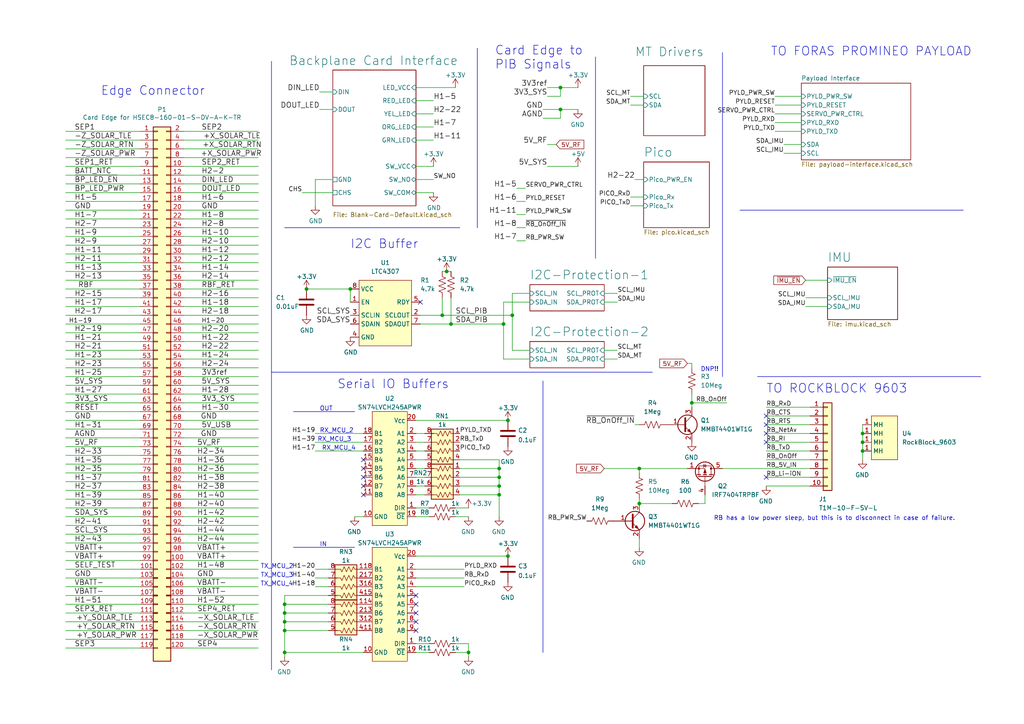
<source format=kicad_sch>
(kicad_sch (version 20230121) (generator eeschema)
  (paper "A4")
  (title_block (title "Foras Promineo Payload Interface Board") (date "2023-03-24") (rev "B") (company "Sierra Lobo INC."))
  (junction (at 135.89 189.23))
  (junction (at 82.55 180.34))
  (junction (at 162.56 31.75))
  (junction (at 147.32 161.29))
  (junction (at 144.78 135.89))
  (junction (at 200.66 116.84))
  (junction (at 88.9 83.82))
  (junction (at 250.19 130.81))
  (junction (at 82.55 182.88))
  (junction (at 82.55 175.26))
  (junction (at 128.27 91.44))
  (junction (at 147.32 121.92))
  (junction (at 185.42 135.89))
  (junction (at 144.78 140.97))
  (junction (at 144.78 138.43))
  (junction (at 148.59 91.44))
  (junction (at 82.55 189.23))
  (junction (at 250.19 128.27))
  (junction (at 185.42 146.05))
  (junction (at 130.81 93.98))
  (junction (at 82.55 177.8))
  (junction (at 250.19 125.73))
  (junction (at 101.6 83.82))
  (junction (at 144.78 143.51))
  (junction (at 129.54 78.74))
  (junction (at 162.56 25.4))
  (junction (at 146.05 93.98))
  (no_connect (at 121.92 87.63))
  (no_connect (at 120.65 177.8))
  (no_connect (at 105.41 140.97))
  (no_connect (at 222.25 128.27))
  (no_connect (at 222.25 125.73))
  (no_connect (at 105.41 138.43))
  (no_connect (at 120.65 172.72))
  (no_connect (at 105.41 135.89))
  (no_connect (at 105.41 133.35))
  (no_connect (at 120.65 175.26))
  (no_connect (at 120.65 180.34))
  (no_connect (at 105.41 143.51))
  (no_connect (at 222.25 120.65))
  (no_connect (at 222.25 123.19))
  (no_connect (at 222.25 138.43))
  (no_connect (at 120.65 182.88))
  (wire (pts (xy 74.93 137.16) (xy 53.34 137.16)))
  (polyline (pts (xy 78.74 107.95) (xy 189.23 107.95)))
  (wire (pts (xy 222.25 130.81) (xy 234.95 130.81)))
  (wire (pts (xy 158.75 25.4) (xy 162.56 25.4)))
  (wire (pts (xy 250.19 123.19) (xy 250.19 125.73)))
  (wire (pts (xy 233.68 88.9) (xy 240.03 88.9)))
  (wire (pts (xy 40.64 88.9) (xy 19.05 88.9)))
  (wire (pts (xy 167.64 31.75) (xy 162.56 31.75)))
  (polyline (pts (xy 214.63 60.96) (xy 279.4 60.96)))
  (wire (pts (xy 120.65 130.81) (xy 123.19 130.81)))
  (wire (pts (xy 101.6 83.82) (xy 101.6 87.63)))
  (wire (pts (xy 130.81 93.98) (xy 146.05 93.98)))
  (wire (pts (xy 74.93 91.44) (xy 53.34 91.44)))
  (wire (pts (xy 91.44 128.27) (xy 105.41 128.27)))
  (wire (pts (xy 40.64 177.8) (xy 19.05 177.8)))
  (wire (pts (xy 40.64 91.44) (xy 19.05 91.44)))
  (wire (pts (xy 149.86 62.23) (xy 152.4 62.23)))
  (wire (pts (xy 82.55 189.23) (xy 82.55 190.5)))
  (wire (pts (xy 40.64 55.88) (xy 19.05 55.88)))
  (wire (pts (xy 120.65 140.97) (xy 123.19 140.97)))
  (wire (pts (xy 40.64 119.38) (xy 19.05 119.38)))
  (wire (pts (xy 91.44 165.1) (xy 95.25 165.1)))
  (wire (pts (xy 74.93 162.56) (xy 53.34 162.56)))
  (wire (pts (xy 40.64 83.82) (xy 19.05 83.82)))
  (wire (pts (xy 120.65 143.51) (xy 123.19 143.51)))
  (wire (pts (xy 175.26 135.89) (xy 185.42 135.89)))
  (wire (pts (xy 120.65 121.92) (xy 147.32 121.92)))
  (wire (pts (xy 74.93 60.96) (xy 53.34 60.96)))
  (wire (pts (xy 40.64 109.22) (xy 19.05 109.22)))
  (wire (pts (xy 74.93 175.26) (xy 53.34 175.26)))
  (wire (pts (xy 227.33 41.91) (xy 232.41 41.91)))
  (wire (pts (xy 74.93 127) (xy 53.34 127)))
  (wire (pts (xy 82.55 172.72) (xy 82.55 175.26)))
  (wire (pts (xy 40.64 76.2) (xy 19.05 76.2)))
  (wire (pts (xy 120.65 186.69) (xy 124.46 186.69)))
  (wire (pts (xy 186.69 30.48) (xy 182.88 30.48)))
  (wire (pts (xy 120.65 125.73) (xy 123.19 125.73)))
  (wire (pts (xy 128.27 78.74) (xy 129.54 78.74)))
  (wire (pts (xy 133.35 140.97) (xy 144.78 140.97)))
  (wire (pts (xy 133.35 143.51) (xy 144.78 143.51)))
  (wire (pts (xy 40.64 124.46) (xy 19.05 124.46)))
  (polyline (pts (xy 138.43 13.97) (xy 138.43 66.04)))
  (wire (pts (xy 74.93 83.82) (xy 53.34 83.82)))
  (wire (pts (xy 222.25 133.35) (xy 234.95 133.35)))
  (wire (pts (xy 125.73 52.07) (xy 120.65 52.07)))
  (wire (pts (xy 133.35 138.43) (xy 144.78 138.43)))
  (wire (pts (xy 74.93 121.92) (xy 53.34 121.92)))
  (wire (pts (xy 74.93 170.18) (xy 53.34 170.18)))
  (wire (pts (xy 74.93 43.18) (xy 53.34 43.18)))
  (wire (pts (xy 74.93 106.68) (xy 53.34 106.68)))
  (wire (pts (xy 202.565 146.05) (xy 204.47 146.05)))
  (wire (pts (xy 40.64 149.86) (xy 19.05 149.86)))
  (wire (pts (xy 120.65 135.89) (xy 123.19 135.89)))
  (wire (pts (xy 133.35 135.89) (xy 144.78 135.89)))
  (wire (pts (xy 120.65 33.02) (xy 125.73 33.02)))
  (wire (pts (xy 74.93 88.9) (xy 53.34 88.9)))
  (wire (pts (xy 153.67 87.63) (xy 146.05 87.63)))
  (wire (pts (xy 250.19 130.81) (xy 250.19 133.35)))
  (wire (pts (xy 144.78 133.35) (xy 144.78 135.89)))
  (wire (pts (xy 92.71 31.75) (xy 96.52 31.75)))
  (wire (pts (xy 120.65 138.43) (xy 123.19 138.43)))
  (wire (pts (xy 200.66 116.84) (xy 200.66 118.11)))
  (wire (pts (xy 40.64 132.08) (xy 19.05 132.08)))
  (wire (pts (xy 149.86 58.42) (xy 152.4 58.42)))
  (wire (pts (xy 74.93 40.64) (xy 53.34 40.64)))
  (wire (pts (xy 74.93 116.84) (xy 53.34 116.84)))
  (wire (pts (xy 95.25 172.72) (xy 82.55 172.72)))
  (polyline (pts (xy 209.55 15.24) (xy 209.55 109.22)))
  (wire (pts (xy 222.25 140.97) (xy 234.95 140.97)))
  (wire (pts (xy 91.44 125.73) (xy 105.41 125.73)))
  (wire (pts (xy 40.64 172.72) (xy 19.05 172.72)))
  (wire (pts (xy 222.25 138.43) (xy 234.95 138.43)))
  (wire (pts (xy 74.93 114.3) (xy 53.34 114.3)))
  (wire (pts (xy 40.64 96.52) (xy 19.05 96.52)))
  (wire (pts (xy 40.64 78.74) (xy 19.05 78.74)))
  (wire (pts (xy 130.81 86.36) (xy 130.81 93.98)))
  (wire (pts (xy 199.39 105.41) (xy 200.66 105.41)))
  (polyline (pts (xy 284.48 109.22) (xy 219.71 109.22)))
  (wire (pts (xy 224.79 30.48) (xy 232.41 30.48)))
  (wire (pts (xy 175.26 104.14) (xy 179.07 104.14)))
  (wire (pts (xy 120.65 161.29) (xy 147.32 161.29)))
  (wire (pts (xy 74.93 76.2) (xy 53.34 76.2)))
  (wire (pts (xy 149.86 66.04) (xy 152.4 66.04)))
  (wire (pts (xy 40.64 152.4) (xy 19.05 152.4)))
  (wire (pts (xy 200.66 114.3) (xy 200.66 116.84)))
  (wire (pts (xy 40.64 50.8) (xy 19.05 50.8)))
  (wire (pts (xy 222.25 118.11) (xy 234.95 118.11)))
  (wire (pts (xy 92.71 26.67) (xy 96.52 26.67)))
  (wire (pts (xy 74.93 160.02) (xy 53.34 160.02)))
  (wire (pts (xy 132.08 147.32) (xy 135.89 147.32)))
  (wire (pts (xy 91.44 52.07) (xy 96.52 52.07)))
  (wire (pts (xy 82.55 182.88) (xy 82.55 189.23)))
  (wire (pts (xy 132.08 189.23) (xy 135.89 189.23)))
  (wire (pts (xy 40.64 147.32) (xy 19.05 147.32)))
  (wire (pts (xy 222.25 128.27) (xy 234.95 128.27)))
  (wire (pts (xy 250.19 128.27) (xy 250.19 130.81)))
  (wire (pts (xy 185.42 158.75) (xy 185.42 156.21)))
  (wire (pts (xy 185.42 135.89) (xy 199.39 135.89)))
  (wire (pts (xy 40.64 116.84) (xy 19.05 116.84)))
  (wire (pts (xy 153.67 85.09) (xy 148.59 85.09)))
  (wire (pts (xy 74.93 99.06) (xy 53.34 99.06)))
  (wire (pts (xy 82.55 175.26) (xy 82.55 177.8)))
  (wire (pts (xy 74.93 149.86) (xy 53.34 149.86)))
  (wire (pts (xy 74.93 104.14) (xy 53.34 104.14)))
  (wire (pts (xy 224.79 27.94) (xy 232.41 27.94)))
  (wire (pts (xy 74.93 63.5) (xy 53.34 63.5)))
  (wire (pts (xy 102.87 149.86) (xy 105.41 149.86)))
  (wire (pts (xy 40.64 139.7) (xy 19.05 139.7)))
  (wire (pts (xy 162.56 34.29) (xy 162.56 31.75)))
  (wire (pts (xy 222.25 125.73) (xy 234.95 125.73)))
  (wire (pts (xy 146.05 93.98) (xy 146.05 104.14)))
  (wire (pts (xy 74.93 152.4) (xy 53.34 152.4)))
  (wire (pts (xy 120.65 25.4) (xy 132.08 25.4)))
  (wire (pts (xy 135.89 189.23) (xy 135.89 190.5)))
  (wire (pts (xy 144.78 138.43) (xy 144.78 140.97)))
  (wire (pts (xy 125.73 40.64) (xy 120.65 40.64)))
  (wire (pts (xy 128.27 86.36) (xy 128.27 91.44)))
  (wire (pts (xy 224.79 33.02) (xy 232.41 33.02)))
  (wire (pts (xy 148.59 101.6) (xy 153.67 101.6)))
  (wire (pts (xy 82.55 180.34) (xy 95.25 180.34)))
  (wire (pts (xy 175.26 85.09) (xy 179.07 85.09)))
  (wire (pts (xy 120.65 147.32) (xy 124.46 147.32)))
  (wire (pts (xy 40.64 60.96) (xy 19.05 60.96)))
  (wire (pts (xy 144.78 135.89) (xy 144.78 138.43)))
  (wire (pts (xy 162.56 25.4) (xy 167.64 25.4)))
  (wire (pts (xy 91.44 170.18) (xy 95.25 170.18)))
  (wire (pts (xy 184.15 52.07) (xy 186.69 52.07)))
  (wire (pts (xy 74.93 73.66) (xy 53.34 73.66)))
  (wire (pts (xy 185.42 137.16) (xy 185.42 135.89)))
  (wire (pts (xy 40.64 165.1) (xy 19.05 165.1)))
  (wire (pts (xy 74.93 134.62) (xy 53.34 134.62)))
  (wire (pts (xy 74.93 78.74) (xy 53.34 78.74)))
  (wire (pts (xy 182.88 59.69) (xy 186.69 59.69)))
  (wire (pts (xy 135.89 186.69) (xy 132.08 186.69)))
  (wire (pts (xy 185.42 144.78) (xy 185.42 146.05)))
  (wire (pts (xy 40.64 104.14) (xy 19.05 104.14)))
  (wire (pts (xy 74.93 177.8) (xy 53.34 177.8)))
  (wire (pts (xy 233.68 86.36) (xy 240.03 86.36)))
  (wire (pts (xy 74.93 144.78) (xy 53.34 144.78)))
  (wire (pts (xy 227.33 44.45) (xy 232.41 44.45)))
  (wire (pts (xy 40.64 111.76) (xy 19.05 111.76)))
  (wire (pts (xy 120.65 149.86) (xy 124.46 149.86)))
  (wire (pts (xy 53.34 55.88) (xy 74.93 55.88)))
  (wire (pts (xy 87.63 55.88) (xy 96.52 55.88)))
  (wire (pts (xy 74.93 139.7) (xy 53.34 139.7)))
  (wire (pts (xy 74.93 167.64) (xy 53.34 167.64)))
  (wire (pts (xy 132.08 149.86) (xy 135.89 149.86)))
  (wire (pts (xy 74.93 129.54) (xy 53.34 129.54)))
  (wire (pts (xy 40.64 154.94) (xy 19.05 154.94)))
  (wire (pts (xy 120.65 189.23) (xy 124.46 189.23)))
  (wire (pts (xy 175.26 101.6) (xy 179.07 101.6)))
  (wire (pts (xy 146.05 87.63) (xy 146.05 93.98)))
  (wire (pts (xy 135.89 189.23) (xy 135.89 186.69)))
  (wire (pts (xy 40.64 127) (xy 19.05 127)))
  (polyline (pts (xy 85.09 158.75) (xy 102.87 158.75)))
  (wire (pts (xy 74.93 157.48) (xy 53.34 157.48)))
  (wire (pts (xy 40.64 157.48) (xy 19.05 157.48)))
  (wire (pts (xy 40.64 43.18) (xy 19.05 43.18)))
  (polyline (pts (xy 82.55 66.04) (xy 133.35 66.04)))
  (wire (pts (xy 40.64 144.78) (xy 19.05 144.78)))
  (wire (pts (xy 40.64 160.02) (xy 19.05 160.02)))
  (wire (pts (xy 74.93 182.88) (xy 53.34 182.88)))
  (wire (pts (xy 82.55 175.26) (xy 95.25 175.26)))
  (wire (pts (xy 74.93 119.38) (xy 53.34 119.38)))
  (polyline (pts (xy 1041.4 464.82) (xy 1041.4 452.12)))
  (wire (pts (xy 40.64 63.5) (xy 19.05 63.5)))
  (wire (pts (xy 40.64 129.54) (xy 19.05 129.54)))
  (wire (pts (xy 40.64 106.68) (xy 19.05 106.68)))
  (wire (pts (xy 40.64 114.3) (xy 19.05 114.3)))
  (wire (pts (xy 74.93 68.58) (xy 53.34 68.58)))
  (wire (pts (xy 40.64 48.26) (xy 19.05 48.26)))
  (wire (pts (xy 157.48 34.29) (xy 162.56 34.29)))
  (wire (pts (xy 40.64 134.62) (xy 19.05 134.62)))
  (wire (pts (xy 144.78 143.51) (xy 144.78 149.86)))
  (wire (pts (xy 88.9 83.82) (xy 101.6 83.82)))
  (wire (pts (xy 233.68 81.28) (xy 240.03 81.28)))
  (wire (pts (xy 162.56 27.94) (xy 162.56 25.4)))
  (wire (pts (xy 209.55 135.89) (xy 234.95 135.89)))
  (wire (pts (xy 74.93 165.1) (xy 53.34 165.1)))
  (wire (pts (xy 91.44 59.69) (xy 91.44 52.07)))
  (wire (pts (xy 224.79 35.56) (xy 232.41 35.56)))
  (wire (pts (xy 120.65 170.18) (xy 134.62 170.18)))
  (wire (pts (xy 40.64 175.26) (xy 19.05 175.26)))
  (wire (pts (xy 250.19 125.73) (xy 250.19 128.27)))
  (wire (pts (xy 148.59 85.09) (xy 148.59 91.44)))
  (wire (pts (xy 74.93 180.34) (xy 53.34 180.34)))
  (wire (pts (xy 128.27 91.44) (xy 148.59 91.44)))
  (wire (pts (xy 40.64 73.66) (xy 19.05 73.66)))
  (wire (pts (xy 120.65 55.88) (xy 125.73 55.88)))
  (wire (pts (xy 40.64 86.36) (xy 19.05 86.36)))
  (wire (pts (xy 74.93 185.42) (xy 53.34 185.42)))
  (wire (pts (xy 40.64 167.64) (xy 19.05 167.64)))
  (wire (pts (xy 222.25 120.65) (xy 234.95 120.65)))
  (wire (pts (xy 158.75 48.26) (xy 167.64 48.26)))
  (wire (pts (xy 82.55 189.23) (xy 105.41 189.23)))
  (polyline (pts (xy 172.72 16.51) (xy 172.72 74.93)))
  (wire (pts (xy 125.73 29.21) (xy 120.65 29.21)))
  (wire (pts (xy 133.35 133.35) (xy 144.78 133.35)))
  (wire (pts (xy 74.93 172.72) (xy 53.34 172.72)))
  (wire (pts (xy 82.55 182.88) (xy 95.25 182.88)))
  (wire (pts (xy 120.65 128.27) (xy 123.19 128.27)))
  (wire (pts (xy 74.93 154.94) (xy 53.34 154.94)))
  (wire (pts (xy 74.93 96.52) (xy 53.34 96.52)))
  (wire (pts (xy 82.55 177.8) (xy 82.55 180.34)))
  (wire (pts (xy 40.64 180.34) (xy 19.05 180.34)))
  (wire (pts (xy 144.78 140.97) (xy 144.78 143.51)))
  (wire (pts (xy 200.66 116.84) (xy 210.82 116.84)))
  (wire (pts (xy 74.93 109.22) (xy 53.34 109.22)))
  (wire (pts (xy 40.64 71.12) (xy 19.05 71.12)))
  (wire (pts (xy 184.15 123.19) (xy 185.42 123.19)))
  (wire (pts (xy 121.92 91.44) (xy 128.27 91.44)))
  (wire (pts (xy 74.93 71.12) (xy 53.34 71.12)))
  (wire (pts (xy 40.64 81.28) (xy 19.05 81.28)))
  (wire (pts (xy 125.73 48.26) (xy 120.65 48.26)))
  (wire (pts (xy 40.64 142.24) (xy 19.05 142.24)))
  (wire (pts (xy 82.55 177.8) (xy 95.25 177.8)))
  (wire (pts (xy 74.93 93.98) (xy 53.34 93.98)))
  (wire (pts (xy 91.44 167.64) (xy 95.25 167.64)))
  (wire (pts (xy 74.93 86.36) (xy 53.34 86.36)))
  (wire (pts (xy 74.93 48.26) (xy 53.34 48.26)))
  (wire (pts (xy 40.64 170.18) (xy 19.05 170.18)))
  (wire (pts (xy 40.64 66.04) (xy 19.05 66.04)))
  (wire (pts (xy 40.64 58.42) (xy 19.05 58.42)))
  (wire (pts (xy 129.54 78.74) (xy 130.81 78.74)))
  (wire (pts (xy 158.75 27.94) (xy 162.56 27.94)))
  (wire (pts (xy 74.93 187.96) (xy 53.34 187.96)))
  (polyline (pts (xy 78.74 17.78) (xy 78.74 194.31)))
  (wire (pts (xy 40.64 187.96) (xy 19.05 187.96)))
  (wire (pts (xy 162.56 31.75) (xy 157.48 31.75)))
  (wire (pts (xy 40.64 93.98) (xy 19.05 93.98)))
  (wire (pts (xy 74.93 50.8) (xy 53.34 50.8)))
  (wire (pts (xy 120.65 133.35) (xy 123.19 133.35)))
  (wire (pts (xy 149.86 54.61) (xy 152.4 54.61)))
  (wire (pts (xy 74.93 66.04) (xy 53.34 66.04)))
  (wire (pts (xy 148.59 91.44) (xy 148.59 101.6)))
  (wire (pts (xy 40.64 137.16) (xy 19.05 137.16)))
  (wire (pts (xy 185.42 146.05) (xy 194.945 146.05)))
  (wire (pts (xy 120.65 167.64) (xy 134.62 167.64)))
  (wire (pts (xy 121.92 93.98) (xy 130.81 93.98)))
  (wire (pts (xy 40.64 162.56) (xy 19.05 162.56)))
  (wire (pts (xy 40.64 99.06) (xy 19.05 99.06)))
  (wire (pts (xy 40.64 101.6) (xy 19.05 101.6)))
  (wire (pts (xy 74.93 101.6) (xy 53.34 101.6)))
  (wire (pts (xy 200.66 105.41) (xy 200.66 106.68)))
  (wire (pts (xy 120.65 165.1) (xy 134.62 165.1)))
  (wire (pts (xy 74.93 58.42) (xy 53.34 58.42)))
  (wire (pts (xy 186.69 27.94) (xy 182.88 27.94)))
  (wire (pts (xy 40.64 53.34) (xy 19.05 53.34)))
  (polyline (pts (xy 157.48 110.49) (xy 157.48 189.23)))
  (wire (pts (xy 40.64 182.88) (xy 19.05 182.88)))
  (wire (pts (xy 74.93 38.1) (xy 53.34 38.1)))
  (wire (pts (xy 74.93 81.28) (xy 53.34 81.28)))
  (wire (pts (xy 161.29 41.91) (xy 158.75 41.91)))
  (wire (pts (xy 222.25 123.19) (xy 234.95 123.19)))
  (wire (pts (xy 146.05 104.14) (xy 153.67 104.14)))
  (wire (pts (xy 224.79 38.1) (xy 232.41 38.1)))
  (wire (pts (xy 74.93 147.32) (xy 53.34 147.32)))
  (wire (pts (xy 74.93 132.08) (xy 53.34 132.08)))
  (wire (pts (xy 40.64 38.1) (xy 19.05 38.1)))
  (wire (pts (xy 74.93 142.24) (xy 53.34 142.24)))
  (wire (pts (xy 125.73 36.83) (xy 120.65 36.83)))
  (wire (pts (xy 91.44 130.81) (xy 105.41 130.81)))
  (polyline (pts (xy 85.09 119.38) (xy 102.87 119.38)))
  (wire (pts (xy 149.86 69.85) (xy 152.4 69.85)))
  (wire (pts (xy 182.88 57.15) (xy 186.69 57.15)))
  (wire (pts (xy 74.93 111.76) (xy 53.34 111.76)))
  (wire (pts (xy 175.26 87.63) (xy 179.07 87.63)))
  (wire (pts (xy 40.64 185.42) (xy 19.05 185.42)))
  (wire (pts (xy 74.93 124.46) (xy 53.34 124.46)))
  (wire (pts (xy 82.55 180.34) (xy 82.55 182.88)))
  (wire (pts (xy 40.64 121.92) (xy 19.05 121.92)))
  (wire (pts (xy 74.93 45.72) (xy 53.34 45.72)))
  (wire (pts (xy 40.64 45.72) (xy 19.05 45.72)))
  (wire (pts (xy 74.93 53.34) (xy 53.34 53.34)))
  (wire (pts (xy 204.47 146.05) (xy 204.47 143.51)))
  (wire (pts (xy 40.64 68.58) (xy 19.05 68.58)))
  (wire (pts (xy 40.64 40.64) (xy 19.05 40.64)))
  (text "DNP!!" (at 203.2 107.95 0) (effects (font (size 1.27 1.27)) (justify left bottom)))
  (text "OUT" (at 92.71 119.38 0) (effects (font (size 1.27 1.27)) (justify left bottom)))
  (text "TO ROCKBLOCK 9603" (at 222.25 114.3 0) (effects (font (size 2.54 2.54)) (justify left bottom)))
  (text "RX_MCU_3" (at 92.075 128.27 0) (effects (font (size 1.27 1.27)) (justify left bottom)))
  (text "TX_MCU_2" (at 75.565 165.1 0) (effects (font (size 1.27 1.27)) (justify left bottom)))
  (text "I2C Buffer" (at 101.6 72.39 0) (effects (font (size 2.54 2.54)) (justify left bottom)))
  (text "RX_MCU_4" (at 93.345 130.81 0) (effects (font (size 1.27 1.27)) (justify left bottom)))
  (text "TO FORAS PROMINEO PAYLOAD" (at 223.52 16.51 0) (effects (font (size 2.54 2.54)) (justify left bottom)))
  (text "Serial IO Buffers" (at 97.79 113.03 0) (effects (font (size 2.54 2.54)) (justify left bottom)))
  (text "RB has a low power sleep, but this is to disconnect in case of failure." (at 207.01 151.13 0) (effects (font (size 1.27 1.27)) (justify left bottom)))
  (text "Edge Connector" (at 29.21 27.94 0) (effects (font (size 2.54 2.54)) (justify left bottom)))
  (text "IN" (at 92.71 158.75 0) (effects (font (size 1.27 1.27)) (justify left bottom)))
  (text "TX_MCU_3\n" (at 75.565 167.64 0) (effects (font (size 1.27 1.27)) (justify left bottom)))
  (text "Card Edge to \nPIB Signals" (at 143.51 20.32 0) (effects (font (size 2.54 2.54)) (justify left bottom)))
  (text "TX_MCU_4" (at 85.09 170.18 0) (effects (font (size 1.27 1.27)) (justify right bottom)))
  (text "RX_MCU_2" (at 92.71 125.73 0) (effects (font (size 1.27 1.27)) (justify left bottom)))
  (label "VBATT-" (at 57.15 172.72 0) (effects (font (size 1.524 1.524))))
  (label "RB_Li-iON" (at 222.25 138.43 0))
  (label "H1-22" (at 58.42 99.06 0) (effects (font (size 1.524 1.524))))
  (label "5V_SYS" (at 158.75 48.26 180) (effects (font (size 1.524 1.524))))
  (label "H2-15" (at 21.59 86.36 0) (effects (font (size 1.524 1.524))))
  (label "+Y_SOLAR_RTN" (at 22.098 182.88 0) (effects (font (size 1.524 1.524))))
  (label "3V3_SYS" (at 21.59 116.84 0) (effects (font (size 1.524 1.524))))
  (label "H1-11" (at 125.73 40.64 0) (effects (font (size 1.524 1.524))))
  (label "H2-34" (at 57.15 132.08 0) (effects (font (size 1.524 1.524))))
  (label "SCL_IMU" (at 179.07 85.09 0))
  (label "H1-6" (at 58.42 58.42 0) (effects (font (size 1.524 1.524))))
  (label "GND" (at 157.48 31.75 180) (effects (font (size 1.524 1.524))))
  (label "H2-21" (at 21.59 101.6 0) (effects (font (size 1.524 1.524))))
  (label "H2-20" (at 58.42 96.52 0) (effects (font (size 1.524 1.524))))
  (label "PYLD_TXD" (at 133.35 125.73 0))
  (label "PYLD_PWR_SW" (at 224.79 27.94 180))
  (label "-Z_SOLAR_RTN" (at 21.59 43.18 0) (effects (font (size 1.524 1.524))))
  (label "H1-27" (at 21.59 114.3 0) (effects (font (size 1.524 1.524))))
  (label "H1-21" (at 21.59 99.06 0) (effects (font (size 1.524 1.524))))
  (label "5V_RF" (at 21.59 129.54 0) (effects (font (size 1.524 1.524))))
  (label "DOUT_LED" (at 92.71 31.75 180) (effects (font (size 1.524 1.524))))
  (label "VBATT+" (at 57.15 162.56 0) (effects (font (size 1.524 1.524))))
  (label "VBATT-" (at 21.59 170.18 0) (effects (font (size 1.524 1.524))))
  (label "5V_RF" (at 158.75 41.91 180) (effects (font (size 1.524 1.524))))
  (label "-Z_SOLAR_TLE" (at 21.59 40.64 0) (effects (font (size 1.524 1.524))))
  (label "3V3_SYS" (at 158.75 27.94 180) (effects (font (size 1.524 1.524))))
  (label "5V_USB" (at 58.42 124.46 0) (effects (font (size 1.524 1.524))))
  (label "SELF_TEST" (at 21.59 165.1 0) (effects (font (size 1.524 1.524))))
  (label "RB_OnOff" (at 210.82 116.84 180))
  (label "H2-7" (at 21.59 66.04 0) (effects (font (size 1.524 1.524))))
  (label "H2-44" (at 57.15 157.48 0) (effects (font (size 1.524 1.524))))
  (label "PYLD_RXD" (at 134.62 165.1 0))
  (label "H1-28" (at 58.42 114.3 0) (effects (font (size 1.524 1.524))))
  (label "SDA_IMU" (at 179.07 87.63 0))
  (label "RB_5V_IN" (at 222.25 135.89 0))
  (label "SCL_MT" (at 182.88 27.94 180))
  (label "H1-17" (at 91.44 130.81 180))
  (label "H1-7" (at 149.86 69.85 180) (effects (font (size 1.524 1.524))))
  (label "SEP4" (at 57.15 187.96 0) (effects (font (size 1.524 1.524))))
  (label "PICO_RxD" (at 134.62 170.18 0))
  (label "H1-24" (at 58.42 104.14 0) (effects (font (size 1.524 1.524))))
  (label "H2-14" (at 58.42 81.28 0) (effects (font (size 1.524 1.524))))
  (label "~{BP_LED_EN}" (at 21.59 53.34 0) (effects (font (size 1.524 1.524))))
  (label "SDA_IMU" (at 233.68 88.9 180))
  (label "H2-16" (at 58.42 86.36 0) (effects (font (size 1.524 1.524))))
  (label "SEP4_RET" (at 57.15 177.8 0) (effects (font (size 1.524 1.524))))
  (label "GND" (at 58.42 60.96 0) (effects (font (size 1.524 1.524))))
  (label "RB_TxD" (at 222.25 130.81 0))
  (label "SDA_IMU" (at 227.33 41.91 180))
  (label "CHS" (at 87.63 55.88 180))
  (label "GND" (at 21.59 121.92 0) (effects (font (size 1.524 1.524))))
  (label "H2-19" (at 21.59 96.52 0) (effects (font (size 1.524 1.524))))
  (label "+Y_SOLAR_PWR" (at 22.098 185.42 0) (effects (font (size 1.524 1.524))))
  (label "H2-22" (at 125.73 33.02 0) (effects (font (size 1.524 1.524))))
  (label "H1-37" (at 21.59 139.7 0) (effects (font (size 1.524 1.524))))
  (label "H1-35" (at 21.59 134.62 0) (effects (font (size 1.524 1.524))))
  (label "H1-39" (at 91.44 128.27 180))
  (label "5V_SYS" (at 21.59 111.76 0) (effects (font (size 1.524 1.524))))
  (label "~{RB_OnOff_IN}" (at 184.15 123.19 180) (effects (font (size 1.524 1.524))))
  (label "SEP2_RET" (at 58.42 48.26 0) (effects (font (size 1.524 1.524))))
  (label "H2-43" (at 21.59 157.48 0) (effects (font (size 1.524 1.524))))
  (label "H2-37" (at 21.59 142.24 0) (effects (font (size 1.524 1.524))))
  (label "GND" (at 57.15 167.64 0) (effects (font (size 1.524 1.524))))
  (label "H1-40" (at 91.44 167.64 180))
  (label "H1-42" (at 57.15 149.86 0) (effects (font (size 1.524 1.524))))
  (label "RB_RxD" (at 134.62 167.64 0))
  (label "H1-51" (at 21.59 175.26 0) (effects (font (size 1.524 1.524))))
  (label "PICO_TxD" (at 182.88 59.69 180))
  (label "SCL_SYS" (at 21.59 154.94 0) (effects (font (size 1.524 1.524))))
  (label "SDA_PIB" (at 132.08 93.98 0) (effects (font (size 1.524 1.524))))
  (label "SCL_PIB" (at 132.08 91.44 0) (effects (font (size 1.524 1.524))))
  (label "SCL_IMU" (at 233.68 86.36 180))
  (label "~{RESET}" (at 21.59 119.38 0) (effects (font (size 1.524 1.524))))
  (label "H2-41" (at 21.59 152.4 0) (effects (font (size 1.524 1.524))))
  (label "-X_SOLAR_PWR" (at 57.15 185.42 0) (effects (font (size 1.524 1.524))))
  (label "H1-20" (at 58.42 93.98 0))
  (label "VBATT-" (at 57.15 170.18 0) (effects (font (size 1.524 1.524))))
  (label "H1-6" (at 149.86 58.42 180) (effects (font (size 1.524 1.524))))
  (label "RB_OnOff" (at 222.25 133.35 0))
  (label "BP_LED_PWR" (at 21.59 55.88 0) (effects (font (size 1.524 1.524))))
  (label "GND" (at 58.166 121.92 0) (effects (font (size 1.524 1.524))))
  (label "H1-18" (at 91.44 170.18 180))
  (label "DIN_LED" (at 92.71 26.67 180) (effects (font (size 1.524 1.524))))
  (label "H2-38" (at 57.15 142.24 0) (effects (font (size 1.524 1.524))))
  (label "H1-40" (at 57.15 144.78 0) (effects (font (size 1.524 1.524))))
  (label "H1-30" (at 58.42 119.38 0) (effects (font (size 1.524 1.524))))
  (label "H1-9" (at 21.59 68.58 0) (effects (font (size 1.524 1.524))))
  (label "H1-36" (at 57.15 134.62 0) (effects (font (size 1.524 1.524))))
  (label "H1-20" (at 91.44 165.1 180))
  (label "RB_TxD" (at 133.35 128.27 0))
  (label "H1-11" (at 21.59 73.66 0) (effects (font (size 1.524 1.524))))
  (label "SERVO_PWR_CTRL" (at 224.79 33.02 180))
  (label "+X_SOLAR_RTN" (at 58.674 43.18 0) (effects (font (size 1.524 1.524))))
  (label "VBATT+" (at 21.59 162.56 0) (effects (font (size 1.524 1.524))))
  (label "SCL_SYS" (at 101.6 91.44 180) (effects (font (size 1.524 1.524))))
  (label "H1-25" (at 21.59 109.22 0) (effects (font (size 1.524 1.524))))
  (label "GND" (at 21.59 167.64 0) (effects (font (size 1.524 1.524))))
  (label "H1-18" (at 58.42 88.9 0) (effects (font (size 1.524 1.524))))
  (label "PYLD_RESET" (at 224.79 30.48 180))
  (label "H1-12" (at 58.42 73.66 0) (effects (font (size 1.524 1.524))))
  (label "H1-10" (at 58.42 68.58 0) (effects (font (size 1.524 1.524))))
  (label "SEP1_RET" (at 21.59 48.26 0) (effects (font (size 1.524 1.524))))
  (label "H1-44" (at 57.15 154.94 0) (effects (font (size 1.524 1.524))))
  (label "H2-42" (at 57.15 152.4 0) (effects (font (size 1.524 1.524))))
  (label "SEP3" (at 21.59 187.96 0) (effects (font (size 1.524 1.524))))
  (label "H1-39" (at 21.59 144.78 0) (effects (font (size 1.524 1.524))))
  (label "PYLD_PWR_SW" (at 152.4 62.23 0))
  (label "RB_NetAv" (at 222.25 125.73 0))
  (label "H1-31" (at 21.59 124.46 0) (effects (font (size 1.524 1.524))))
  (label "-Z_SOLAR_PWR" (at 21.59 45.72 0) (effects (font (size 1.524 1.524))))
  (label "H2-36" (at 57.15 137.16 0) (effects (font (size 1.524 1.524))))
  (label "SDA_MT" (at 182.88 30.48 180))
  (label "H2-22" (at 184.15 52.07 180) (effects (font (size 1.524 1.524))))
  (label "H1-19" (at 26.67 93.98 180))
  (label "PYLD_RESET" (at 152.4 58.42 0))
  (label "5V_RF" (at 57.15 129.54 0) (effects (font (size 1.524 1.524))))
  (label "~{RB_OnOff_IN}" (at 152.4 66.04 0))
  (label "H1-8" (at 149.86 66.04 180) (effects (font (size 1.524 1.524))))
  (label "AGND" (at 21.59 127 0) (effects (font (size 1.524 1.524))))
  (label "H1-48" (at 57.15 165.1 0) (effects (font (size 1.524 1.524))))
  (label "AGND" (at 157.48 34.29 180) (effects (font (size 1.524 1.524))))
  (label "RB_RxD" (at 222.25 118.11 0))
  (label "SEP1" (at 21.59 38.1 0) (effects (font (size 1.524 1.524))))
  (label "GND" (at 21.59 60.96 0) (effects (font (size 1.524 1.524))))
  (label "PYLD_RXD" (at 224.79 35.56 180))
  (label "H2-12" (at 58.42 76.2 0) (effects (font (size 1.524 1.524))))
  (label "RB_CTS" (at 222.25 120.65 0))
  (label "H2-39" (at 21.59 147.32 0) (effects (font (size 1.524 1.524))))
  (label "SERVO_PWR_CTRL" (at 152.4 54.61 0))
  (label "SDA_SYS" (at 101.6 93.98 180) (effects (font (size 1.524 1.524))))
  (label "H2-35" (at 21.59 137.16 0) (effects (font (size 1.524 1.524))))
  (label "3V3_SYS" (at 58.42 116.84 0) (effects (font (size 1.524 1.524))))
  (label "H1-11" (at 149.86 62.23 180) (effects (font (size 1.524 1.524))))
  (label "H2-9" (at 21.59 71.12 0) (effects (font (size 1.524 1.524))))
  (label "SCL_IMU" (at 227.33 44.45 180))
  (label "DOUT_LED" (at 58.42 55.88 0) (effects (font (size 1.524 1.524))))
  (label "VBATT+" (at 21.59 160.02 0) (effects (font (size 1.524 1.524))))
  (label "GND" (at 58.166 127 0) (effects (font (size 1.524 1.524))))
  (label "H2-13" (at 21.59 81.28 0) (effects (font (size 1.524 1.524))))
  (label "H2-17" (at 21.59 91.44 0) (effects (font (size 1.524 1.524))))
  (label "RBF_RET" (at 58.42 83.82 0) (effects (font (size 1.524 1.524))))
  (label "SEP3_RET" (at 21.59 177.8 0) (effects (font (size 1.524 1.524))))
  (label "H1-7" (at 125.73 36.83 0) (effects (font (size 1.524 1.524))))
  (label "RB_PWR_SW" (at 152.4 69.85 0))
  (label "VBATT+" (at 57.15 160.02 0) (effects (font (size 1.524 1.524))))
  (label "H1-17" (at 21.59 88.9 0) (effects (font (size 1.524 1.524))))
  (label "-X_SOLAR_TLE" (at 57.15 180.34 0) (effects (font (size 1.524 1.524))))
  (label "RB_RI" (at 222.25 128.27 0))
  (label "H2-24" (at 58.42 106.68 0) (effects (font (size 1.524 1.524))))
  (label "PYLD_TXD" (at 224.79 38.1 180))
  (label "H2-11" (at 21.59 76.2 0) (effects (font (size 1.524 1.524))))
  (label "3V3ref" (at 58.42 109.22 0) (effects (font (size 1.524 1.524))))
  (label "VBATT-" (at 21.59 172.72 0) (effects (font (size 1.524 1.524))))
  (label "+Y_SOLAR_TLE" (at 22.098 180.34 0) (effects (font (size 1.524 1.524))))
  (label "H2-2" (at 58.42 50.8 0) (effects (font (size 1.524 1.524))))
  (label "H1-5" (at 149.86 54.61 180) (effects (font (size 1.524 1.524))))
  (label "H2-33" (at 21.59 132.08 0) (effects (font (size 1.524 1.524))))
  (label "SDA_MT" (at 179.07 104.14 0))
  (label "SW_NO" (at 125.73 52.07 0))
  (label "3V3ref" (at 158.75 25.4 180) (effects (font (size 1.524 1.524))))
  (label "H2-8" (at 58.42 66.04 0) (effects (font (size 1.524 1.524))))
  (label "H2-40" (at 57.15 147.32 0) (effects (font (size 1.524 1.524))))
  (label "H2-22" (at 58.42 101.6 0) (effects (font (size 1.524 1.524))))
  (label "H1-23" (at 21.59 104.14 0) (effects (font (size 1.524 1.524))))
  (label "RB_PWR_SW" (at 170.18 151.13 180))
  (label "RB_RTS" (at 222.25 123.19 0))
  (label "H2-10" (at 58.42 71.12 0) (effects (font (size 1.524 1.524))))
  (label "H2-18" (at 58.42 91.44 0) (effects (font (size 1.524 1.524))))
  (label "SEP2" (at 58.42 38.1 0) (effects (font (size 1.524 1.524))))
  (label "+X_SOLAR_TLE" (at 58.928 40.64 0) (effects (font (size 1.524 1.524))))
  (label "H1-7" (at 21.59 63.5 0) (effects (font (size 1.524 1.524))))
  (label "+X_SOLAR_PWR" (at 58.166 45.72 0) (effects (font (size 1.524 1.524))))
  (label "SDA_SYS" (at 21.59 149.86 0) (effects (font (size 1.524 1.524))))
  (label "H1-19" (at 91.44 125.73 180))
  (label "H2-23" (at 21.59 106.68 0) (effects (font (size 1.524 1.524))))
  (label "PICO_RxD" (at 182.88 57.15 180))
  (label "H1-38" (at 57.15 139.7 0) (effects (font (size 1.524 1.524))))
  (label "BATT_NTC" (at 21.59 50.8 0) (effects (font (size 1.524 1.524))))
  (label "H1-5" (at 125.73 29.21 0) (effects (font (size 1.524 1.524))))
  (label "SCL_MT" (at 179.07 101.6 0))
  (label "5V_SYS" (at 58.42 111.76 0) (effects (font (size 1.524 1.524))))
  (label "H1-5" (at 21.59 58.42 0) (effects (font (size 1.524 1.524))))
  (label "DIN_LED" (at 58.42 53.34 0) (effects (font (size 1.524 1.524))))
  (label "H1-13" (at 21.59 78.74 0) (effects (font (size 1.524 1.524))))
  (label "PICO_TxD" (at 133.35 130.81 0))
  (label "H1-14" (at 58.42 78.74 0) (effects (font (size 1.524 1.524))))
  (label "RBF" (at 22.606 83.82 0) (effects (font (size 1.524 1.524))))
  (label "H1-52" (at 57.15 175.26 0) (effects (font (size 1.524 1.524))))
  (label "-X_SOLAR_RTN" (at 57.15 182.88 0) (effects (font (size 1.524 1.524))))
  (label "H1-8" (at 58.42 63.5 0) (effects (font (size 1.524 1.524))))
  (global_label "5V_RF" (shape input) (at 161.29 41.91 0) (property "Intersheetrefs" "${INTERSHEET_REFS}" (effects hide)))
  (global_label "5V_RF" (shape input) (at 175.26 135.89 180) (property "Intersheetrefs" "${INTERSHEET_REFS}" (effects hide)))
  (global_label "5V_RF" (shape input) (at 199.39 105.41 180) (property "Intersheetrefs" "${INTERSHEET_REFS}" (effects hide)))
  (global_label "~{IMU_EN}" (shape input) (at 233.68 81.28 180) (property "Intersheetrefs" "${INTERSHEET_REFS}" (effects hide)))
  (symbol (lib_id "payload-interface-board:Conn_02x60_Top_Bottom") (at 46.99 36.83 0) (unit 1)
    (property "Reference" "P1" (at 46.99 31.75 0))
    (property "Value" "Card Edge for HSEC8-160-01-S-DV-A-K-TR" (at 46.99 34.0614 0))
    (property "Footprint" "SLI-Backplane-Blank-Card-KiCad:HSEC8-160-CARD-EDGE" (effects hide))
  )
  (symbol (lib_id "power:+5V") (at 167.64 48.26 0) (unit 1)
    (property "Reference" "#PWR05" (effects hide))
    (property "Value" "+5V" (at 167.64 44.6555 0))
  )
  (symbol (lib_id "power:+3.3V") (at 167.64 25.4 0) (unit 1)
    (property "Reference" "#PWR02" (effects hide))
    (property "Value" "+3.3V" (at 167.64 21.7955 0))
  )
  (symbol (lib_id "power:GND") (at 200.66 128.27 0) (mirror y) (unit 1)
    (property "Reference" "#PWR013" (effects hide))
    (property "Value" "GND" (at 200.533 132.6642 0))
  )
  (symbol (lib_id "FP-Interface-Card:R_Network04_US") (at 100.33 170.18 90) (mirror x) (unit 1)
    (property "Reference" "RN3" (at 100.33 160.02 90))
    (property "Value" "1k" (at 100.33 162.56 90))
    (property "Footprint" "payload-interface-board:RAVF164D" (effects hide))
    (property "Datasheet" "RAVF164DJT1K00" (effects hide))
  )
  (symbol (lib_id "Device:R_US") (at 198.755 146.05 90) (unit 1)
    (property "Reference" "R6" (at 198.755 139.7 90))
    (property "Value" "100" (at 198.755 142.24 90))
    (property "Footprint" "Resistor_SMD:R_0603_1608Metric" (effects hide))
  )
  (symbol (lib_id "FP-Interface-Card:R_Network04_US") (at 128.27 130.81 90) (mirror x) (unit 1)
    (property "Reference" "RN1" (at 128.27 120.65 90))
    (property "Value" "1k" (at 128.27 123.19 90))
    (property "Footprint" "payload-interface-board:RAVF164D" (effects hide))
    (property "Datasheet" "RAVF164DJT1K00" (effects hide))
  )
  (symbol (lib_id "power:GND") (at 91.44 59.69 0) (unit 1)
    (property "Reference" "#PWR07" (effects hide))
    (property "Value" "GND" (at 91.567 64.0842 0))
  )
  (symbol (lib_id "FP-Interface-Card:R_Network04_US") (at 128.27 140.97 90) (mirror x) (unit 1)
    (property "Reference" "RN2" (at 121.92 137.16 90))
    (property "Value" "1k" (at 121.92 139.7 90))
    (property "Footprint" "payload-interface-board:RAVF164D" (effects hide))
    (property "Datasheet" "RAVF164DJT1K00" (effects hide))
  )
  (symbol (lib_id "power:GND") (at 185.42 158.75 0) (mirror y) (unit 1)
    (property "Reference" "#PWR021" (effects hide))
    (property "Value" "GND" (at 185.293 163.1442 0))
  )
  (symbol (lib_id "Device:Q_NPN_BEC") (at 182.88 151.13 0) (unit 1)
    (property "Reference" "Q3" (at 187.96 149.8599 0) (effects (justify left)))
    (property "Value" "MMBT4401WT1G" (at 187.96 152.3999 0) (effects (justify left)))
    (property "Footprint" "Package_TO_SOT_SMD:SOT-323_SC-70" (effects hide))
  )
  (symbol (lib_id "Device:C") (at 147.32 125.73 0) (unit 1)
    (property "Reference" "C2" (at 150.241 124.8215 0) (effects (justify left)))
    (property "Value" "0.1uF" (at 150.241 127.5966 0) (effects (justify left)))
    (property "Footprint" "Capacitor_SMD:C_0603_1608Metric" (effects hide))
  )
  (symbol (lib_id "FP-Interface-Card:SN74LVCH245APWR") (at 113.03 158.75 0) (mirror y) (unit 1)
    (property "Reference" "U3" (at 113.03 154.94 0))
    (property "Value" "SN74LVCH245APWR" (at 113.03 157.48 0))
    (property "Footprint" "Package_SO:TSSOP-20_4.4x6.5mm_P0.65mm" (effects hide))
  )
  (symbol (lib_id "SLI-Backplane-Blank-Card-KiCad:IRF7404TRPBF") (at 204.47 138.43 270) (mirror x) (unit 1)
    (property "Reference" "Q2" (at 209.55 140.97 90))
    (property "Value" "IRF7404TRPBF" (at 213.36 143.51 90))
    (property "Footprint" "Package_SO:SO-8_3.9x4.9mm_P1.27mm" (effects hide))
  )
  (symbol (lib_id "power:GND") (at 147.32 129.54 0) (mirror y) (unit 1)
    (property "Reference" "#PWR014" (effects hide))
    (property "Value" "GND" (at 147.193 133.9342 0))
  )
  (symbol (lib_id "power:+3.3V") (at 129.54 78.74 0) (unit 1)
    (property "Reference" "#PWR08" (effects hide))
    (property "Value" "+3.3V" (at 129.54 75.1355 0))
  )
  (symbol (lib_id "Connector_Generic:Conn_01x10") (at 240.03 128.27 0) (unit 1)
    (property "Reference" "J1" (at 237.49 144.7799 0) (effects (justify left)))
    (property "Value" "T1M-10-F-SV-L" (at 237.49 147.3199 0) (effects (justify left)))
    (property "Footprint" "payload-interface-board:SAMTEC_T1M-10-F-SV-L" (effects hide))
  )
  (symbol (lib_id "Device:R_US") (at 128.27 149.86 90) (unit 1)
    (property "Reference" "R8" (at 123.19 148.59 90))
    (property "Value" "1k" (at 132.08 148.59 90))
    (property "Footprint" "Resistor_SMD:R_0603_1608Metric" (effects hide))
  )
  (symbol (lib_id "power:GND") (at 222.25 140.97 0) (mirror y) (unit 1)
    (property "Reference" "#PWR016" (effects hide))
    (property "Value" "GND" (at 222.123 145.3642 0))
  )
  (symbol (lib_id "FP-Interface-Card:R_Network04_US") (at 100.33 180.34 90) (mirror x) (unit 1)
    (property "Reference" "RN4" (at 100.33 185.42 90))
    (property "Value" "1k" (at 100.33 187.96 90))
    (property "Footprint" "payload-interface-board:RAVF164D" (effects hide))
    (property "Datasheet" "RAVF164DJT1K00" (effects hide))
  )
  (symbol (lib_id "power:GND") (at 102.87 149.86 0) (mirror y) (unit 1)
    (property "Reference" "#PWR018" (effects hide))
    (property "Value" "GND" (at 102.743 154.2542 0))
  )
  (symbol (lib_id "FP-Interface-Card:RockBlock_9603") (at 256.54 120.65 0) (unit 1)
    (property "Reference" "U4" (at 261.62 125.7299 0) (effects (justify left)))
    (property "Value" "RockBlock_9603" (at 261.62 128.2699 0) (effects (justify left)))
    (property "Footprint" "payload-interface-board:RockBlock_9603" (effects hide))
  )
  (symbol (lib_id "power:+3.3V") (at 147.32 161.29 0) (unit 1)
    (property "Reference" "#PWR022" (effects hide))
    (property "Value" "+3.3V" (at 147.32 157.6855 0))
  )
  (symbol (lib_id "Device:R_US") (at 128.27 189.23 90) (unit 1)
    (property "Reference" "R11" (at 123.19 187.96 90))
    (property "Value" "1k" (at 132.08 187.96 90))
    (property "Footprint" "Resistor_SMD:R_0603_1608Metric" (effects hide))
  )
  (symbol (lib_id "Device:C") (at 88.9 87.63 0) (unit 1)
    (property "Reference" "C1" (at 80.01 86.36 0) (effects (justify left)))
    (property "Value" "0.01uF" (at 80.01 88.9 0) (effects (justify left)))
    (property "Footprint" "Capacitor_SMD:C_0603_1608Metric" (effects hide))
  )
  (symbol (lib_id "power:GND") (at 125.73 55.88 0) (unit 1)
    (property "Reference" "#PWR06" (effects hide))
    (property "Value" "GND" (at 125.857 60.2742 0))
  )
  (symbol (lib_id "Device:Q_NPN_BEC") (at 198.12 123.19 0) (unit 1)
    (property "Reference" "Q1" (at 203.2 121.9199 0) (effects (justify left)))
    (property "Value" "MMBT4401WT1G" (at 203.2 124.4599 0) (effects (justify left)))
    (property "Footprint" "Package_TO_SOT_SMD:SOT-323_SC-70" (effects hide))
  )
  (symbol (lib_id "power:+3.3V") (at 147.32 121.92 0) (unit 1)
    (property "Reference" "#PWR012" (effects hide))
    (property "Value" "+3.3V" (at 147.32 118.3155 0))
  )
  (symbol (lib_id "power:GND") (at 88.9 91.44 0) (unit 1)
    (property "Reference" "#PWR010" (effects hide))
    (property "Value" "GND" (at 89.027 95.8342 0))
  )
  (symbol (lib_id "power:GND") (at 147.32 168.91 0) (mirror y) (unit 1)
    (property "Reference" "#PWR023" (effects hide))
    (property "Value" "GND" (at 147.193 173.3042 0))
  )
  (symbol (lib_id "power:GND") (at 167.64 31.75 0) (mirror y) (unit 1)
    (property "Reference" "#PWR03" (effects hide))
    (property "Value" "GND" (at 167.513 36.1442 0))
  )
  (symbol (lib_id "power:GND") (at 135.89 190.5 0) (mirror y) (unit 1)
    (property "Reference" "#PWR025" (effects hide))
    (property "Value" "GND" (at 135.763 194.8942 0))
  )
  (symbol (lib_id "Device:R_US") (at 185.42 140.97 0) (unit 1)
    (property "Reference" "R5" (at 187.96 139.6999 0) (effects (justify left)))
    (property "Value" "10Meg" (at 187.96 142.2399 0) (effects (justify left)))
    (property "Footprint" "Resistor_SMD:R_0603_1608Metric" (effects hide))
  )
  (symbol (lib_id "Device:R_US") (at 200.66 110.49 0) (unit 1)
    (property "Reference" "R3" (at 203.2 109.2199 0) (effects (justify left)))
    (property "Value" "10Meg" (at 203.2 111.7599 0) (effects (justify left)))
    (property "Footprint" "Resistor_SMD:R_0603_1608Metric" (effects hide))
  )
  (symbol (lib_id "Device:R_US") (at 128.27 186.69 90) (unit 1)
    (property "Reference" "R10" (at 123.19 185.42 90))
    (property "Value" "1k" (at 132.08 185.42 90))
    (property "Footprint" "Resistor_SMD:R_0603_1608Metric" (effects hide))
  )
  (symbol (lib_id "power:GND") (at 144.78 149.86 0) (mirror y) (unit 1)
    (property "Reference" "#PWR020" (effects hide))
    (property "Value" "GND" (at 144.653 154.2542 0))
  )
  (symbol (lib_id "power:+3.3V") (at 135.89 147.32 0) (unit 1)
    (property "Reference" "#PWR017" (effects hide))
    (property "Value" "+3.3V" (at 139.7 146.05 0))
  )
  (symbol (lib_id "Device:R_US") (at 173.99 151.13 90) (unit 1)
    (property "Reference" "R9" (at 173.99 144.78 90))
    (property "Value" "1Meg" (at 173.99 147.32 90))
    (property "Footprint" "Resistor_SMD:R_0603_1608Metric" (effects hide))
  )
  (symbol (lib_id "power:+3.3V") (at 88.9 83.82 0) (unit 1)
    (property "Reference" "#PWR09" (effects hide))
    (property "Value" "+3.3V" (at 88.9 80.2155 0))
  )
  (symbol (lib_id "Device:R_US") (at 189.23 123.19 90) (unit 1)
    (property "Reference" "R4" (at 189.23 116.84 90))
    (property "Value" "1Meg" (at 189.23 119.38 90))
    (property "Footprint" "Resistor_SMD:R_0603_1608Metric" (effects hide))
  )
  (symbol (lib_id "Device:R_US") (at 130.81 82.55 0) (unit 1)
    (property "Reference" "R2" (at 133.35 81.2799 0) (effects (justify left)))
    (property "Value" "4.7k" (at 133.35 83.8199 0) (effects (justify left)))
    (property "Footprint" "Resistor_SMD:R_0603_1608Metric" (effects hide))
  )
  (symbol (lib_id "mainboard_SLI:LTC4307") (at 111.76 81.28 0) (unit 1)
    (property "Reference" "U1" (at 111.76 76.2 0))
    (property "Value" "LTC4307" (at 111.76 78.74 0))
    (property "Footprint" "Package_SO:MSOP-8_3x3mm_P0.65mm" (effects hide))
    (property "Datasheet" "LTC4307IMS8#TRPBF" (effects hide))
  )
  (symbol (lib_id "power:GND") (at 250.19 133.35 0) (mirror y) (unit 1)
    (property "Reference" "#PWR015" (effects hide))
    (property "Value" "GND" (at 250.063 137.7442 0))
  )
  (symbol (lib_id "Device:R_US") (at 128.27 82.55 0) (unit 1)
    (property "Reference" "R1" (at 121.92 81.28 0) (effects (justify left)))
    (property "Value" "4.7k" (at 121.92 83.82 0) (effects (justify left)))
    (property "Footprint" "Resistor_SMD:R_0603_1608Metric" (effects hide))
  )
  (symbol (lib_id "power:GND") (at 135.89 149.86 0) (mirror y) (unit 1)
    (property "Reference" "#PWR019" (effects hide))
    (property "Value" "GND" (at 135.763 154.2542 0))
  )
  (symbol (lib_id "power:+3.3V") (at 132.08 25.4 0) (unit 1)
    (property "Reference" "#PWR01" (effects hide))
    (property "Value" "+3.3V" (at 132.08 21.7955 0))
  )
  (symbol (lib_id "power:+3.3V") (at 125.73 48.26 0) (unit 1)
    (property "Reference" "#PWR04" (effects hide))
    (property "Value" "+3.3V" (at 125.73 44.6555 0))
  )
  (symbol (lib_id "power:GND") (at 101.6 97.79 0) (unit 1)
    (property "Reference" "#PWR011" (effects hide))
    (property "Value" "GND" (at 101.727 102.1842 0))
  )
  (symbol (lib_id "power:GND") (at 82.55 190.5 0) (mirror y) (unit 1)
    (property "Reference" "#PWR024" (effects hide))
    (property "Value" "GND" (at 82.423 194.8942 0))
  )
  (symbol (lib_id "FP-Interface-Card:SN74LVCH245APWR") (at 113.03 119.38 0) (mirror y) (unit 1)
    (property "Reference" "U2" (at 113.03 115.57 0))
    (property "Value" "SN74LVCH245APWR" (at 113.03 118.11 0))
    (property "Footprint" "Package_SO:TSSOP-20_4.4x6.5mm_P0.65mm" (effects hide))
  )
  (symbol (lib_id "Device:R_US") (at 128.27 147.32 90) (unit 1)
    (property "Reference" "R7" (at 123.19 146.05 90))
    (property "Value" "1k" (at 132.08 146.05 90))
    (property "Footprint" "Resistor_SMD:R_0603_1608Metric" (effects hide))
  )
  (symbol (lib_id "Device:C") (at 147.32 165.1 0) (unit 1)
    (property "Reference" "C3" (at 150.241 164.1915 0) (effects (justify left)))
    (property "Value" "0.1uF" (at 150.241 166.9666 0) (effects (justify left)))
    (property "Footprint" "Capacitor_SMD:C_0603_1608Metric" (effects hide))
  )
  (sheet (at 96.52 20.32) (size 24.13 39.37)
    (property "Sheetname" "Backplane Card Interface" (at 83.82 19.05 0) (effects (font (size 2.54 2.54)) (justify left bottom)))
    (property "Sheetfile" "Blank-Card-Default.kicad_sch" (at 96.52 61.5446 0) (effects (justify left top)))
    (pin "SW_NO" bidirectional (at 120.65 52.07 0))
    (pin "SW_COM" bidirectional (at 120.65 55.88 0))
    (pin "ORG_LED" input (at 120.65 36.83 0))
    (pin "LED_VCC" input (at 120.65 25.4 0))
    (pin "GRN_LED" input (at 120.65 40.64 0))
    (pin "YEL_LED" input (at 120.65 33.02 0))
    (pin "RED_LED" input (at 120.65 29.21 0))
    (pin "GND" passive (at 96.52 52.07 180))
    (pin "CHS" passive (at 96.52 55.88 180))
    (pin "SW_VCC" bidirectional (at 120.65 48.26 0))
    (pin "DOUT" input (at 96.52 31.75 180))
    (pin "DIN" input (at 96.52 26.67 180))
  )
  (sheet (at 232.41 24.13) (size 31.75 22.225) (stroke (width 0.1524))
    (property "Sheetname" "Payload Interface" (at 232.41 23.4184 0) (effects (justify left bottom)))
    (property "Sheetfile" "payload-interface.kicad_sch" (at 232.41 46.9396 0) (effects (justify left top)))
    (pin "PYLD_PWR_SW" input (at 232.41 27.94 180))
    (pin "PYLD_RXD" input (at 232.41 35.56 180))
    (pin "PYLD_RESET" input (at 232.41 30.48 180))
    (pin "SERVO_PWR_CTRL" input (at 232.41 33.02 180))
    (pin "PYLD_TXD" input (at 232.41 38.1 180))
    (pin "SDA" input (at 232.41 41.91 180))
    (pin "SCL" input (at 232.41 44.45 180))
  )
  (sheet (at 153.67 99.06) (size 21.59 7.62) (stroke (width 0.1524))
    (property "Sheetname" "I2C-Protection-2" (at 153.67 97.7134 0) (effects (font (size 2.54 2.54)) (justify left bottom)))
    (property "Sheetfile" "I2C-Protection.kicad_sch" (effects hide))
    (pin "SDA_PROT" input (at 175.26 104.14 0))
    (pin "SCL_IN" input (at 153.67 101.6 180))
    (pin "SDA_IN" input (at 153.67 104.14 180))
    (pin "SCL_PROT" input (at 175.26 101.6 0))
  )
  (sheet (at 153.67 82.55) (size 21.59 7.62) (stroke (width 0.1524))
    (property "Sheetname" "I2C-Protection-1" (at 153.67 81.2034 0) (effects (font (size 2.54 2.54)) (justify left bottom)))
    (property "Sheetfile" "I2C-Protection.kicad_sch" (effects hide))
    (pin "SDA_PROT" input (at 175.26 87.63 0))
    (pin "SCL_IN" input (at 153.67 85.09 180))
    (pin "SDA_IN" input (at 153.67 87.63 180))
    (pin "SCL_PROT" input (at 175.26 85.09 0))
  )
  (sheet (at 186.69 19.05) (size 17.78 20.32) (stroke (width 0.1524))
    (property "Sheetname" "MT Drivers" (at 184.15 16.51 0) (effects (font (size 2.54 2.54)) (justify left bottom)))
    (property "Sheetfile" "magnetotorquer-driver.kicad_sch" (effects hide))
    (pin "SDA" input (at 186.69 30.48 180))
    (pin "SCL" input (at 186.69 27.94 180))
  )
  (sheet (at 240.03 77.47) (size 20.32 15.24) (stroke (width 0.1524))
    (property "Sheetname" "IMU" (at 240.03 76.1234 0) (effects (font (size 2.54 2.54)) (justify left bottom)))
    (property "Sheetfile" "imu.kicad_sch" (at 240.03 93.2946 0) (effects (justify left top)))
    (pin "SCL_IMU" input (at 240.03 86.36 180))
    (pin "SDA_IMU" input (at 240.03 88.9 180))
    (pin "~{IMU_EN}" input (at 240.03 81.28 180))
  )
  (sheet (at 186.69 46.99) (size 19.05 19.05) (stroke (width 0.1524))
    (property "Sheetname" "Pico" (at 186.69 45.6434 0) (effects (font (size 2.54 2.54)) (justify left bottom)))
    (property "Sheetfile" "pico.kicad_sch" (at 186.69 66.6246 0) (effects (justify left top)))
    (pin "Pico_PWR_EN" input (at 186.69 52.07 180))
    (pin "Pico_Rx" input (at 186.69 57.15 180))
    (pin "Pico_Tx" input (at 186.69 59.69 180))
  )
)
</source>
